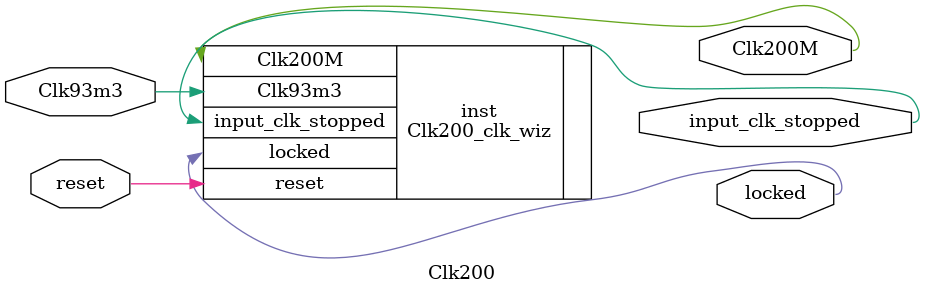
<source format=v>


`timescale 1ps/1ps

(* CORE_GENERATION_INFO = "Clk200,clk_wiz_v5_4_1_0,{component_name=Clk200,use_phase_alignment=false,use_min_o_jitter=true,use_max_i_jitter=false,use_dyn_phase_shift=false,use_inclk_switchover=false,use_dyn_reconfig=false,enable_axi=0,feedback_source=FDBK_AUTO,PRIMITIVE=MMCM,num_out_clk=1,clkin1_period=10.714,clkin2_period=10.000,use_power_down=false,use_reset=true,use_locked=true,use_inclk_stopped=true,feedback_type=SINGLE,CLOCK_MGR_TYPE=NA,manual_override=false}" *)

module Clk200 
 (
  // Clock out ports
  output        Clk200M,
  // Status and control signals
  input         reset,
  output        input_clk_stopped,
  output        locked,
 // Clock in ports
  input         Clk93m3
 );

  Clk200_clk_wiz inst
  (
  // Clock out ports  
  .Clk200M(Clk200M),
  // Status and control signals               
  .reset(reset), 
  .input_clk_stopped(input_clk_stopped),
  .locked(locked),
 // Clock in ports
  .Clk93m3(Clk93m3)
  );

endmodule

</source>
